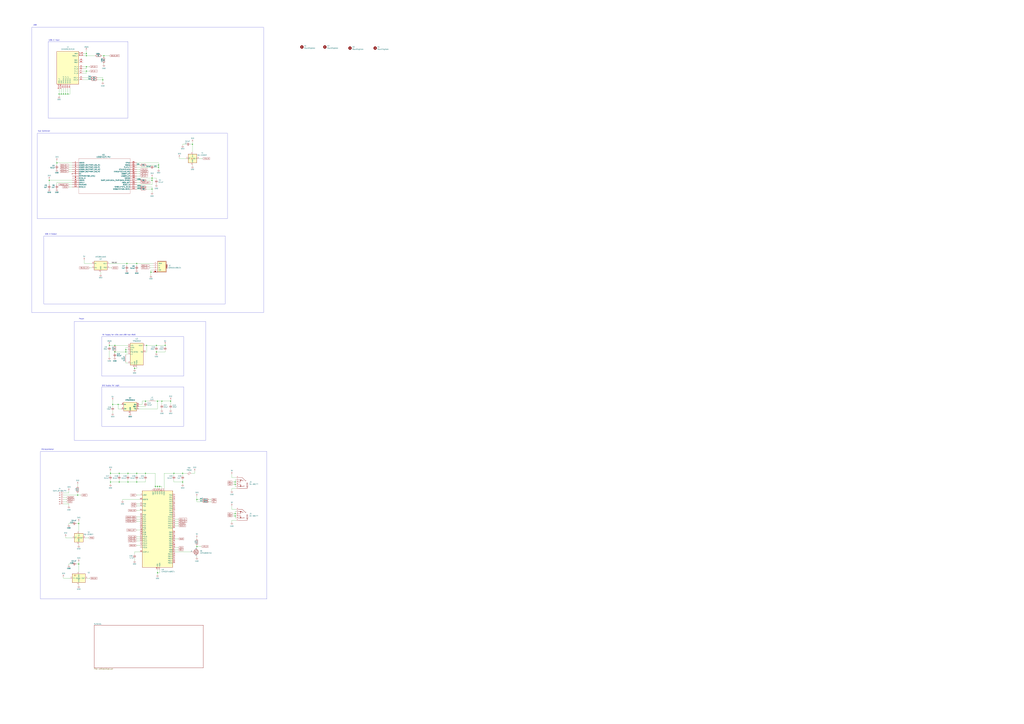
<source format=kicad_sch>
(kicad_sch (version 20250114) (generator "eeschema") (generator_version "9.0")
  (paper "A0")
  (rectangle (start 118.11 391.16) (end 213.36 436.88))
  (rectangle (start 55.88 48.26) (end 148.59 137.16))
  (rectangle (start 118.11 449.58) (end 213.36 495.3))
  (rectangle (start 86.36 373.38) (end 238.76 511.81))
  (rectangle (start 36.83 31.75) (end 306.07 363.22))
  (rectangle (start 43.18 154.94) (end 264.16 254))
  (rectangle (start 50.8 274.32) (end 261.62 353.06))
  (rectangle (start 46.99 524.51) (end 309.88 695.96))
  (text "USB" (at 40.64 29.21 0) (effects (font (size 1.27 1.27))))
  (text "USB-A Output" (at 58.928 272.034 0) (effects (font (size 1.27 1.27))))
  (text "Microcontroller" (at 55.372 522.224 0) (effects (font (size 1.27 1.27))))
  (text "3V3 Supply for Logic" (at 128.524 448.056 0) (effects (font (size 1.27 1.27))))
  (text "Power" (at 94.742 370.586 0) (effects (font (size 1.27 1.27))))
  (text "5V Supply for LEDs and USB Hub VBUS" (at 138.176 389.128 0) (effects (font (size 1.27 1.27))))
  (text "USB-C Input" (at 62.738 46.736 0) (effects (font (size 1.27 1.27))))
  (text "Hub Controller" (at 51.054 152.4 0) (effects (font (size 1.27 1.27))))
  (junction (at 76.2 109.22))
  (junction (at 73.66 109.22))
  (junction (at 66.04 189.23))
  (junction (at 100.33 77.47))
  (junction (at 273.05 562.61))
  (junction (at 128.27 549.91))
  (junction (at 223.52 167.64))
  (junction (at 57.15 209.55))
  (junction (at 228.6 580.39))
  (junction (at 228.6 635))
  (junction (at 185.42 565.15))
  (junction (at 191.77 401.32))
  (junction (at 133.35 408.94))
  (junction (at 168.91 466.09))
  (junction (at 198.12 466.09))
  (junction (at 212.09 560.07))
  (junction (at 273.05 560.07))
  (junction (at 158.75 560.07))
  (junction (at 182.88 466.09))
  (junction (at 148.59 560.07))
  (junction (at 138.43 549.91))
  (junction (at 133.35 401.32))
  (junction (at 180.34 565.15))
  (junction (at 201.93 549.91))
  (junction (at 158.75 549.91))
  (junction (at 100.33 64.77))
  (junction (at 100.33 62.23))
  (junction (at 168.91 549.91))
  (junction (at 187.96 466.09))
  (junction (at 170.18 401.32))
  (junction (at 137.16 469.9))
  (junction (at 182.88 565.15))
  (junction (at 184.15 194.31))
  (junction (at 175.26 316.23))
  (junction (at 130.81 469.9))
  (junction (at 127 401.32))
  (junction (at 273.05 599.44))
  (junction (at 91.44 655.32))
  (junction (at 120.65 64.77))
  (junction (at 91.44 608.33))
  (junction (at 181.61 401.32))
  (junction (at 128.27 560.07))
  (junction (at 90.17 575.31))
  (junction (at 100.33 82.55))
  (junction (at 68.58 109.22))
  (junction (at 212.09 549.91))
  (junction (at 148.59 549.91))
  (junction (at 119.38 92.71))
  (junction (at 181.61 408.94))
  (junction (at 176.53 209.55))
  (junction (at 176.53 207.01))
  (junction (at 158.75 306.07))
  (junction (at 138.43 560.07))
  (junction (at 273.05 596.9))
  (junction (at 176.53 219.71))
  (junction (at 182.88 665.48))
  (junction (at 156.21 427.99))
  (junction (at 184.15 191.77))
  (junction (at 146.05 408.94))
  (junction (at 147.32 306.07))
  (junction (at 71.12 109.22))
  (junction (at 146.05 406.4))
  (junction (at 78.74 109.22))
  (wire (pts (xy 156.21 427.99) (xy 156.21 429.26)))
  (wire (pts (xy 119.38 92.71) (xy 113.03 92.71)))
  (wire (pts (xy 88.9 608.33) (xy 91.44 608.33)))
  (wire (pts (xy 220.98 641.35) (xy 203.2 641.35)))
  (wire (pts (xy 158.75 209.55) (xy 162.56 209.55)))
  (wire (pts (xy 158.75 575.31) (xy 162.56 575.31)))
  (wire (pts (xy 170.18 191.77) (xy 184.15 191.77)))
  (wire (pts (xy 179.07 194.31) (xy 184.15 194.31)))
  (wire (pts (xy 270.51 560.07) (xy 273.05 560.07)))
  (wire (pts (xy 66.04 214.63) (xy 66.04 212.09)))
  (wire (pts (xy 120.65 64.77) (xy 118.11 64.77)))
  (wire (pts (xy 158.75 560.07) (xy 168.91 560.07)))
  (wire (pts (xy 66.04 189.23) (xy 83.82 189.23)))
  (wire (pts (xy 80.01 191.77) (xy 83.82 191.77)))
  (wire (pts (xy 165.1 469.9) (xy 165.1 466.09)))
  (wire (pts (xy 162.56 201.93) (xy 158.75 201.93)))
  (wire (pts (xy 88.9 655.32) (xy 91.44 655.32)))
  (wire (pts (xy 182.88 565.15) (xy 185.42 565.15)))
  (wire (pts (xy 66.04 212.09) (xy 83.82 212.09)))
  (wire (pts (xy 148.59 549.91) (xy 158.75 549.91)))
  (wire (pts (xy 162.56 196.85) (xy 158.75 196.85)))
  (wire (pts (xy 212.09 167.64) (xy 215.9 167.64)))
  (wire (pts (xy 120.65 74.93) (xy 120.65 73.66)))
  (wire (pts (xy 185.42 661.67) (xy 185.42 665.48)))
  (wire (pts (xy 100.33 64.77) (xy 110.49 64.77)))
  (wire (pts (xy 80.01 588.01) (xy 80.01 585.47)))
  (wire (pts (xy 128.27 547.37) (xy 128.27 549.91)))
  (wire (pts (xy 96.52 82.55) (xy 100.33 82.55)))
  (wire (pts (xy 130.81 464.82) (xy 130.81 469.9)))
  (wire (pts (xy 128.27 557.53) (xy 128.27 560.07)))
  (wire (pts (xy 185.42 665.48) (xy 182.88 665.48)))
  (wire (pts (xy 185.42 565.15) (xy 187.96 565.15)))
  (wire (pts (xy 274.32 594.36) (xy 273.05 594.36)))
  (wire (pts (xy 158.75 603.25) (xy 162.56 603.25)))
  (wire (pts (xy 191.77 401.32) (xy 181.61 401.32)))
  (wire (pts (xy 113.03 90.17) (xy 119.38 90.17)))
  (wire (pts (xy 170.18 209.55) (xy 176.53 209.55)))
  (wire (pts (xy 175.26 313.69) (xy 175.26 316.23)))
  (wire (pts (xy 168.91 466.09) (xy 172.72 466.09)))
  (wire (pts (xy 223.52 193.04) (xy 223.52 191.77)))
  (wire (pts (xy 146.05 412.75) (xy 146.05 411.48)))
  (wire (pts (xy 173.99 311.15) (xy 177.8 311.15)))
  (wire (pts (xy 156.21 427.99) (xy 158.75 427.99)))
  (wire (pts (xy 77.47 577.85) (xy 73.66 577.85)))
  (wire (pts (xy 73.66 109.22) (xy 76.2 109.22)))
  (wire (pts (xy 176.53 207.01) (xy 176.53 209.55)))
  (wire (pts (xy 181.61 410.21) (xy 181.61 408.94)))
  (wire (pts (xy 274.32 591.82) (xy 269.24 591.82)))
  (wire (pts (xy 133.35 408.94) (xy 133.35 410.21)))
  (wire (pts (xy 81.28 102.87) (xy 81.28 109.22)))
  (wire (pts (xy 146.05 420.37) (xy 146.05 421.64)))
  (wire (pts (xy 274.32 557.53) (xy 273.05 557.53)))
  (wire (pts (xy 212.09 560.07) (xy 212.09 557.53)))
  (wire (pts (xy 91.44 680.72) (xy 91.44 679.45)))
  (wire (pts (xy 212.09 168.91) (xy 212.09 167.64)))
  (wire (pts (xy 273.05 599.44) (xy 274.32 599.44)))
  (wire (pts (xy 158.75 633.73) (xy 162.56 633.73)))
  (wire (pts (xy 273.05 565.15) (xy 273.05 562.61)))
  (wire (pts (xy 148.59 549.91) (xy 148.59 552.45)))
  (wire (pts (xy 234.95 184.15) (xy 231.14 184.15)))
  (wire (pts (xy 269.24 570.23) (xy 269.24 567.69)))
  (wire (pts (xy 228.6 633.73) (xy 228.6 635)))
  (wire (pts (xy 147.32 306.07) (xy 147.32 308.61)))
  (wire (pts (xy 76.2 624.84) (xy 76.2 623.57)))
  (wire (pts (xy 106.68 311.15) (xy 104.14 311.15)))
  (wire (pts (xy 158.75 557.53) (xy 158.75 560.07)))
  (wire (pts (xy 190.5 567.69) (xy 190.5 549.91)))
  (wire (pts (xy 184.15 189.23) (xy 184.15 191.77)))
  (wire (pts (xy 228.6 582.93) (xy 234.95 582.93)))
  (wire (pts (xy 128.27 549.91) (xy 138.43 549.91)))
  (wire (pts (xy 148.59 408.94) (xy 146.05 408.94)))
  (wire (pts (xy 91.44 605.79) (xy 91.44 608.33)))
  (wire (pts (xy 120.65 66.04) (xy 120.65 64.77)))
  (wire (pts (xy 116.84 318.77) (xy 116.84 316.23)))
  (wire (pts (xy 91.44 608.33) (xy 91.44 617.22)))
  (wire (pts (xy 274.32 565.15) (xy 273.05 565.15)))
  (wire (pts (xy 207.01 610.87) (xy 203.2 610.87)))
  (wire (pts (xy 226.06 547.37) (xy 226.06 549.91)))
  (wire (pts (xy 270.51 596.9) (xy 273.05 596.9)))
  (wire (pts (xy 80.01 655.32) (xy 83.82 655.32)))
  (wire (pts (xy 269.24 591.82) (xy 269.24 588.01)))
  (wire (pts (xy 234.95 580.39) (xy 228.6 580.39)))
  (wire (pts (xy 170.18 401.32) (xy 168.91 401.32)))
  (wire (pts (xy 91.44 655.32) (xy 91.44 664.21)))
  (wire (pts (xy 77.47 580.39) (xy 73.66 580.39)))
  (wire (pts (xy 170.18 217.17) (xy 176.53 217.17)))
  (wire (pts (xy 176.53 219.71) (xy 176.53 223.52)))
  (wire (pts (xy 158.75 308.61) (xy 158.75 306.07)))
  (wire (pts (xy 182.88 565.15) (xy 182.88 567.69)))
  (wire (pts (xy 212.09 549.91) (xy 212.09 552.45)))
  (wire (pts (xy 158.75 214.63) (xy 176.53 214.63)))
  (wire (pts (xy 146.05 408.94) (xy 146.05 406.4)))
  (wire (pts (xy 220.98 167.64) (xy 223.52 167.64)))
  (wire (pts (xy 119.38 90.17) (xy 119.38 92.71)))
  (wire (pts (xy 168.91 466.09) (xy 168.91 467.36)))
  (wire (pts (xy 148.59 560.07) (xy 158.75 560.07)))
  (wire (pts (xy 80.01 194.31) (xy 83.82 194.31)))
  (wire (pts (xy 156.21 651.51) (xy 156.21 648.97)))
  (wire (pts (xy 158.75 626.11) (xy 162.56 626.11)))
  (wire (pts (xy 119.38 95.25) (xy 119.38 92.71)))
  (wire (pts (xy 138.43 560.07) (xy 148.59 560.07)))
  (wire (pts (xy 269.24 604.52) (xy 274.32 604.52)))
  (wire (pts (xy 96.52 77.47) (xy 100.33 77.47)))
  (wire (pts (xy 198.12 464.82) (xy 198.12 466.09)))
  (wire (pts (xy 130.81 480.06) (xy 130.81 477.52)))
  (wire (pts (xy 184.15 194.31) (xy 184.15 196.85)))
  (wire (pts (xy 191.77 400.05) (xy 191.77 401.32)))
  (wire (pts (xy 161.29 474.98) (xy 182.88 474.98)))
  (wire (pts (xy 207.01 626.11) (xy 203.2 626.11)))
  (wire (pts (xy 207.01 603.25) (xy 203.2 603.25)))
  (wire (pts (xy 198.12 474.98) (xy 198.12 476.25)))
  (wire (pts (xy 73.66 575.31) (xy 90.17 575.31)))
  (wire (pts (xy 176.53 209.55) (xy 176.53 214.63)))
  (wire (pts (xy 156.21 641.35) (xy 156.21 643.89)))
  (wire (pts (xy 187.96 466.09) (xy 187.96 469.9)))
  (wire (pts (xy 269.24 607.06) (xy 269.24 604.52)))
  (wire (pts (xy 162.56 191.77) (xy 158.75 191.77)))
  (wire (pts (xy 158.75 207.01) (xy 176.53 207.01)))
  (wire (pts (xy 80.01 214.63) (xy 83.82 214.63)))
  (wire (pts (xy 127 400.05) (xy 127 401.32)))
  (wire (pts (xy 180.34 567.69) (xy 180.34 565.15)))
  (wire (pts (xy 182.88 668.02) (xy 182.88 665.48)))
  (wire (pts (xy 173.99 308.61) (xy 177.8 308.61)))
  (wire (pts (xy 228.6 580.39) (xy 228.6 582.93)))
  (wire (pts (xy 127 401.32) (xy 133.35 401.32)))
  (wire (pts (xy 207.01 608.33) (xy 203.2 608.33)))
  (wire (pts (xy 68.58 109.22) (xy 68.58 111.76)))
  (wire (pts (xy 226.06 549.91) (xy 222.25 549.91)))
  (wire (pts (xy 175.26 313.69) (xy 177.8 313.69)))
  (wire (pts (xy 182.88 466.09) (xy 187.96 466.09)))
  (wire (pts (xy 142.24 580.39) (xy 142.24 581.66)))
  (wire (pts (xy 78.74 109.22) (xy 81.28 109.22)))
  (wire (pts (xy 161.29 469.9) (xy 165.1 469.9)))
  (wire (pts (xy 80.01 199.39) (xy 83.82 199.39)))
  (wire (pts (xy 73.66 102.87) (xy 73.66 109.22)))
  (wire (pts (xy 104.14 671.83) (xy 101.6 671.83)))
  (wire (pts (xy 158.75 585.47) (xy 162.56 585.47)))
  (wire (pts (xy 175.26 316.23) (xy 177.8 316.23)))
  (wire (pts (xy 228.6 624.84) (xy 228.6 626.11)))
  (wire (pts (xy 273.05 562.61) (xy 274.32 562.61)))
  (wire (pts (xy 274.32 601.98) (xy 273.05 601.98)))
  (wire (pts (xy 223.52 167.64) (xy 223.52 176.53)))
  (wire (pts (xy 223.52 165.1) (xy 223.52 167.64)))
  (wire (pts (xy 133.35 408.94) (xy 146.05 408.94)))
  (wire (pts (xy 77.47 582.93) (xy 73.66 582.93)))
  (wire (pts (xy 161.29 472.44) (xy 168.91 472.44)))
  (wire (pts (xy 245.11 580.39) (xy 242.57 580.39)))
  (wire (pts (xy 208.28 184.15) (xy 215.9 184.15)))
  (wire (pts (xy 182.88 665.48) (xy 182.88 661.67)))
  (wire (pts (xy 104.14 82.55) (xy 100.33 82.55)))
  (wire (pts (xy 207.01 638.81) (xy 203.2 638.81)))
  (wire (pts (xy 128.27 562.61) (xy 128.27 560.07)))
  (wire (pts (xy 76.2 102.87) (xy 76.2 109.22)))
  (wire (pts (xy 201.93 549.91) (xy 212.09 549.91)))
  (wire (pts (xy 127 306.07) (xy 147.32 306.07)))
  (wire (pts (xy 162.56 199.39) (xy 158.75 199.39)))
  (wire (pts (xy 80.01 609.6) (xy 80.01 608.33)))
  (wire (pts (xy 181.61 401.32) (xy 170.18 401.32)))
  (wire (pts (xy 207.01 636.27) (xy 203.2 636.27)))
  (wire (pts (xy 128.27 560.07) (xy 138.43 560.07)))
  (wire (pts (xy 158.75 623.57) (xy 162.56 623.57)))
  (wire (pts (xy 100.33 62.23) (xy 96.52 62.23)))
  (wire (pts (xy 208.28 184.15) (xy 208.28 182.88)))
  (wire (pts (xy 180.34 565.15) (xy 182.88 565.15)))
  (wire (pts (xy 158.75 593.09) (xy 162.56 593.09)))
  (wire (pts (xy 228.6 576.58) (xy 228.6 580.39)))
  (wire (pts (xy 207.01 605.79) (xy 203.2 605.79)))
  (wire (pts (xy 168.91 560.07) (xy 168.91 557.53)))
  (wire (pts (xy 273.05 601.98) (xy 273.05 599.44)))
  (wire (pts (xy 158.75 194.31) (xy 173.99 194.31)))
  (wire (pts (xy 180.34 549.91) (xy 168.91 549.91)))
  (wire (pts (xy 90.17 572.77) (xy 90.17 575.31)))
  (wire (pts (xy 273.05 596.9) (xy 274.32 596.9)))
  (wire (pts (xy 191.77 402.59) (xy 191.77 401.32)))
  (wire (pts (xy 80.01 217.17) (xy 83.82 217.17)))
  (wire (pts (xy 181.61 208.28) (xy 181.61 207.01)))
  (wire (pts (xy 158.75 306.07) (xy 177.8 306.07)))
  (wire (pts (xy 105.41 90.17) (xy 96.52 90.17)))
  (wire (pts (xy 76.2 109.22) (xy 78.74 109.22)))
  (wire (pts (xy 100.33 62.23) (xy 100.33 58.42)))
  (wire (pts (xy 269.24 567.69) (xy 274.32 567.69)))
  (wire (pts (xy 130.81 469.9) (xy 130.81 472.44)))
  (wire (pts (xy 181.61 408.94) (xy 181.61 407.67)))
  (wire (pts (xy 73.66 671.83) (xy 73.66 670.56)))
  (wire (pts (xy 201.93 560.07) (xy 212.09 560.07)))
  (wire (pts (xy 91.44 652.78) (xy 91.44 655.32)))
  (wire (pts (xy 170.18 219.71) (xy 176.53 219.71)))
  (wire (pts (xy 100.33 82.55) (xy 100.33 85.09)))
  (wire (pts (xy 80.01 196.85) (xy 83.82 196.85)))
  (wire (pts (xy 217.17 549.91) (xy 212.09 549.91)))
  (wire (pts (xy 80.01 608.33) (xy 83.82 608.33)))
  (wire (pts (xy 100.33 85.09) (xy 96.52 85.09)))
  (wire (pts (xy 270.51 562.61) (xy 273.05 562.61)))
  (wire (pts (xy 140.97 469.9) (xy 137.16 469.9)))
  (wire (pts (xy 66.04 191.77) (xy 66.04 189.23)))
  (wire (pts (xy 71.12 109.22) (xy 73.66 109.22)))
  (wire (pts (xy 274.32 554.99) (xy 269.24 554.99)))
  (wire (pts (xy 66.04 189.23) (xy 66.04 186.69)))
  (wire (pts (xy 91.44 633.73) (xy 91.44 632.46)))
  (wire (pts (xy 158.75 426.72) (xy 158.75 427.99)))
  (wire (pts (xy 162.56 219.71) (xy 158.75 219.71)))
  (wire (pts (xy 168.91 408.94) (xy 170.18 408.94)))
  (wire (pts (xy 133.35 401.32) (xy 148.59 401.32)))
  (wire (pts (xy 228.6 635) (xy 228.6 636.27)))
  (wire (pts (xy 187.96 565.15) (xy 187.96 567.69)))
  (wire (pts (xy 68.58 102.87) (xy 68.58 109.22)))
  (wire (pts (xy 158.75 549.91) (xy 168.91 549.91)))
  (wire (pts (xy 68.58 109.22) (xy 71.12 109.22)))
  (wire (pts (xy 100.33 77.47) (xy 100.33 80.01)))
  (wire (pts (xy 191.77 407.67) (xy 191.77 408.94)))
  (wire (pts (xy 127 402.59) (xy 127 401.32)))
  (wire (pts (xy 102.87 624.84) (xy 99.06 624.84)))
  (wire (pts (xy 90.17 575.31) (xy 93.98 575.31)))
  (wire (pts (xy 170.18 408.94) (xy 170.18 401.32)))
  (wire (pts (xy 187.96 466.09) (xy 198.12 466.09)))
  (wire (pts (xy 273.05 594.36) (xy 273.05 596.9)))
  (wire (pts (xy 269.24 554.99) (xy 269.24 551.18)))
  (wire (pts (xy 245.11 582.93) (xy 242.57 582.93)))
  (wire (pts (xy 158.75 549.91) (xy 158.75 552.45)))
  (wire (pts (xy 97.79 302.26) (xy 97.79 306.07)))
  (wire (pts (xy 181.61 213.36) (xy 181.61 214.63)))
  (wire (pts (xy 73.66 671.83) (xy 81.28 671.83)))
  (wire (pts (xy 201.93 552.45) (xy 201.93 549.91)))
  (wire (pts (xy 158.75 600.71) (xy 162.56 600.71)))
  (wire (pts (xy 137.16 469.9) (xy 130.81 469.9)))
  (wire (pts (xy 168.91 549.91) (xy 168.91 552.45)))
  (wire (pts (xy 162.56 212.09) (xy 158.75 212.09)))
  (wire (pts (xy 138.43 549.91) (xy 138.43 552.45)))
  (wire (pts (xy 158.75 605.79) (xy 162.56 605.79)))
  (wire (pts (xy 96.52 64.77) (xy 100.33 64.77)))
  (wire (pts (xy 198.12 466.09) (xy 198.12 469.9)))
  (wire (pts (xy 120.65 64.77) (xy 127 64.77)))
  (wire (pts (xy 138.43 557.53) (xy 138.43 560.07)))
  (wire (pts (xy 57.15 209.55) (xy 83.82 209.55)))
  (wire (pts (xy 228.6 647.7) (xy 228.6 646.43)))
  (wire (pts (xy 181.61 207.01) (xy 176.53 207.01)))
  (wire (pts (xy 100.33 64.77) (xy 100.33 62.23)))
  (wire (pts (xy 147.32 306.07) (xy 158.75 306.07)))
  (wire (pts (xy 78.74 102.87) (xy 78.74 109.22)))
  (wire (pts (xy 80.01 570.23) (xy 80.01 572.77)))
  (wire (pts (xy 162.56 641.35) (xy 156.21 641.35)))
  (wire (pts (xy 273.05 560.07) (xy 274.32 560.07)))
  (wire (pts (xy 71.12 102.87) (xy 71.12 109.22)))
  (wire (pts (xy 191.77 408.94) (xy 181.61 408.94)))
  (wire (pts (xy 148.59 557.53) (xy 148.59 560.07)))
  (wire (pts (xy 158.75 217.17) (xy 162.56 217.17)))
  (wire (pts (xy 176.53 205.74) (xy 176.53 207.01)))
  (wire (pts (xy 140.97 474.98) (xy 137.16 474.98)))
  (wire (pts (xy 80.01 656.59) (xy 80.01 655.32)))
  (wire (pts (xy 100.33 80.01) (xy 96.52 80.01)))
  (wire (pts (xy 80.01 572.77) (xy 73.66 572.77)))
  (wire (pts (xy 190.5 549.91) (xy 201.93 549.91)))
  (wire (pts (xy 162.56 580.39) (xy 142.24 580.39)))
  (wire (pts (xy 273.05 557.53) (xy 273.05 560.07)))
  (wire (pts (xy 270.51 599.44) (xy 273.05 599.44)))
  (wire (pts (xy 127 415.29) (xy 127 407.67)))
  (wire (pts (xy 182.88 474.98) (xy 182.88 466.09)))
  (wire (pts (xy 146.05 406.4) (xy 146.05 403.86)))
  (wire (pts (xy 137.16 474.98) (xy 137.16 469.9)))
  (wire (pts (xy 158.75 588.01) (xy 162.56 588.01)))
  (wire (pts (xy 105.41 92.71) (xy 96.52 92.71)))
  (wire (pts (xy 212.09 562.61) (xy 212.09 560.07)))
  (wire (pts (xy 128.27 552.45) (xy 128.27 549.91)))
  (wire (pts (xy 104.14 77.47) (xy 100.33 77.47)))
  (wire (pts (xy 138.43 549.91) (xy 148.59 549.91)))
  (wire (pts (xy 180.34 549.91) (xy 180.34 565.15)))
  (wire (pts (xy 146.05 421.64) (xy 148.59 421.64)))
  (wire (pts (xy 180.34 466.09) (xy 182.88 466.09)))
  (wire (pts (xy 146.05 411.48) (xy 148.59 411.48)))
  (wire (pts (xy 165.1 466.09) (xy 168.91 466.09)))
  (wire (pts (xy 158.75 615.95) (xy 162.56 615.95)))
  (wire (pts (xy 162.56 204.47) (xy 158.75 204.47)))
  (wire (pts (xy 176.53 217.17) (xy 176.53 219.71)))
  (wire (pts (xy 90.17 562.61) (xy 90.17 565.15)))
  (wire (pts (xy 129.54 311.15) (xy 127 311.15)))
  (wire (pts (xy 158.75 189.23) (xy 184.15 189.23)))
  (wire (pts (xy 187.96 474.98) (xy 187.96 476.25)))
  (wire (pts (xy 175.26 316.23) (xy 175.26 320.04)))
  (wire (pts (xy 76.2 624.84) (xy 83.82 624.84)))
  (wire (pts (xy 184.15 191.77) (xy 184.15 194.31)))
  (wire (pts (xy 233.68 635) (xy 228.6 635)))
  (wire (pts (xy 201.93 557.53) (xy 201.93 560.07)))
  (wire (pts (xy 158.75 628.65) (xy 162.56 628.65)))
  (wire (pts (xy 57.15 208.28) (xy 57.15 209.55)))
  (wire (pts (xy 97.79 306.07) (xy 106.68 306.07)))
  (wire (pts (xy 146.05 403.86) (xy 148.59 403.86)))
  (wire (pts (xy 57.15 214.63) (xy 57.15 209.55)))
  (wire (pts (xy 80.01 585.47) (xy 73.66 585.47)))
  (wire (pts (xy 185.42 565.15) (xy 185.42 567.69)))
  (wire (pts (xy 156.21 426.72) (xy 156.21 427.99)))
  (wire (pts (xy 146.05 406.4) (xy 148.59 406.4)))
  (wire (pts (xy 181.61 401.32) (xy 181.61 402.59)))
  (label "VBUS2" (at 129.54 306.07 0))
  (global_label "OSC32" (shape input) (at 104.14 671.83 0) (property "Intersheetrefs" "${INTERSHEET_REFS}" (effects (hide yes))))
  (global_label "UP_D+" (shape input) (at 162.56 201.93 0) (property "Intersheetrefs" "${INTERSHEET_REFS}" (effects (hide yes))))
  (global_label "VBUS_DET" (shape input) (at 162.56 212.09 0) (property "Intersheetrefs" "${INTERSHEET_REFS}" (effects (hide yes))))
  (global_label "DN2_D-" (shape input) (at 80.01 196.85 180) (property "Intersheetrefs" "${INTERSHEET_REFS}" (effects (hide yes))))
  (global_label "UP_D+" (shape input) (at 104.14 77.47 0) (property "Intersheetrefs" "${INTERSHEET_REFS}" (effects (hide yes))))
  (global_label "MUX1_COM" (shape input) (at 158.75 603.25 180) (property "Intersheetrefs" "${INTERSHEET_REFS}" (effects (hide yes))))
  (global_label "SCL" (shape input) (at 270.51 596.9 180) (property "Intersheetrefs" "${INTERSHEET_REFS}" (effects (hide yes))))
  (global_label "LED_D" (shape input) (at 233.68 635 0) (property "Intersheetrefs" "${INTERSHEET_REFS}" (effects (hide yes))))
  (global_label "DN2_D-" (shape input) (at 173.99 308.61 180) (property "Intersheetrefs" "${INTERSHEET_REFS}" (effects (hide yes))))
  (global_label "DN2_D+" (shape input) (at 80.01 199.39 180) (property "Intersheetrefs" "${INTERSHEET_REFS}" (effects (hide yes))))
  (global_label "DN1_D+" (shape input) (at 207.01 605.79 0) (property "Intersheetrefs" "${INTERSHEET_REFS}" (effects (hide yes))))
  (global_label "XTALIN" (shape input) (at 162.56 196.85 0) (property "Intersheetrefs" "${INTERSHEET_REFS}" (effects (hide yes))))
  (global_label "DN1_D+" (shape input) (at 80.01 194.31 180) (property "Intersheetrefs" "${INTERSHEET_REFS}" (effects (hide yes))))
  (global_label "SCL" (shape input) (at 245.11 582.93 0) (property "Intersheetrefs" "${INTERSHEET_REFS}" (effects (hide yes))))
  (global_label "PH0" (shape input) (at 158.75 585.47 180) (property "Intersheetrefs" "${INTERSHEET_REFS}" (effects (hide yes))))
  (global_label "DN1_D-" (shape input) (at 80.01 191.77 180) (property "Intersheetrefs" "${INTERSHEET_REFS}" (effects (hide yes))))
  (global_label "SDA" (shape input) (at 207.01 636.27 0) (property "Intersheetrefs" "${INTERSHEET_REFS}" (effects (hide yes))))
  (global_label "PH1" (shape input) (at 158.75 588.01 180) (property "Intersheetrefs" "${INTERSHEET_REFS}" (effects (hide yes))))
  (global_label "SCL" (shape input) (at 270.51 560.07 180) (property "Intersheetrefs" "${INTERSHEET_REFS}" (effects (hide yes))))
  (global_label "NRST" (shape input) (at 158.75 575.31 180) (property "Intersheetrefs" "${INTERSHEET_REFS}" (effects (hide yes))))
  (global_label "SWDIO" (shape input) (at 207.01 608.33 0) (property "Intersheetrefs" "${INTERSHEET_REFS}" (effects (hide yes))))
  (global_label "OSC32" (shape input) (at 158.75 633.73 180) (property "Intersheetrefs" "${INTERSHEET_REFS}" (effects (hide yes))))
  (global_label "VBUS2_EN" (shape input) (at 104.14 311.15 180) (property "Intersheetrefs" "${INTERSHEET_REFS}" (effects (hide yes))))
  (global_label "SWCLK" (shape input) (at 77.47 580.39 0) (property "Intersheetrefs" "${INTERSHEET_REFS}" (effects (hide yes))))
  (global_label "SWCLK" (shape input) (at 207.01 610.87 0) (property "Intersheetrefs" "${INTERSHEET_REFS}" (effects (hide yes))))
  (global_label "SDA" (shape input) (at 270.51 562.61 180) (property "Intersheetrefs" "${INTERSHEET_REFS}" (effects (hide yes))))
  (global_label "VBUS_DET" (shape input) (at 127 64.77 0) (property "Intersheetrefs" "${INTERSHEET_REFS}" (effects (hide yes))))
  (global_label "OCS2" (shape input) (at 129.54 311.15 0) (property "Intersheetrefs" "${INTERSHEET_REFS}" (effects (hide yes))))
  (global_label "XTALIN" (shape input) (at 234.95 184.15 0) (property "Intersheetrefs" "${INTERSHEET_REFS}" (effects (hide yes))))
  (global_label "SWDIO" (shape input) (at 77.47 577.85 0) (property "Intersheetrefs" "${INTERSHEET_REFS}" (effects (hide yes))))
  (global_label "DN1_D-" (shape input) (at 207.01 603.25 0) (property "Intersheetrefs" "${INTERSHEET_REFS}" (effects (hide yes))))
  (global_label "SWO" (shape input) (at 77.47 582.93 0) (property "Intersheetrefs" "${INTERSHEET_REFS}" (effects (hide yes))))
  (global_label "MUX0_COM" (shape input) (at 158.75 605.79 180) (property "Intersheetrefs" "${INTERSHEET_REFS}" (effects (hide yes))))
  (global_label "SCL" (shape input) (at 207.01 638.81 0) (property "Intersheetrefs" "${INTERSHEET_REFS}" (effects (hide yes))))
  (global_label "MUX_S2" (shape input) (at 158.75 593.09 180) (property "Intersheetrefs" "${INTERSHEET_REFS}" (effects (hide yes))))
  (global_label "MUX_S0" (shape input) (at 158.75 623.57 180) (property "Intersheetrefs" "${INTERSHEET_REFS}" (effects (hide yes))))
  (global_label "PH0" (shape input) (at 102.87 624.84 0) (property "Intersheetrefs" "${INTERSHEET_REFS}" (effects (hide yes))))
  (global_label "VBUS2_EN" (shape input) (at 80.01 214.63 180) (property "Intersheetrefs" "${INTERSHEET_REFS}" (effects (hide yes))))
  (global_label "XTAOUT" (shape input) (at 162.56 199.39 0) (property "Intersheetrefs" "${INTERSHEET_REFS}" (effects (hide yes))))
  (global_label "OCS2" (shape input) (at 80.01 217.17 180) (property "Intersheetrefs" "${INTERSHEET_REFS}" (effects (hide yes))))
  (global_label "NRST" (shape input) (at 93.98 575.31 0) (property "Intersheetrefs" "${INTERSHEET_REFS}" (effects (hide yes))))
  (global_label "MUX_S3" (shape input) (at 158.75 628.65 180) (property "Intersheetrefs" "${INTERSHEET_REFS}" (effects (hide yes))))
  (global_label "MUX_S1" (shape input) (at 158.75 626.11 180) (property "Intersheetrefs" "${INTERSHEET_REFS}" (effects (hide yes))))
  (global_label "DN2_D+" (shape input) (at 173.99 311.15 180) (property "Intersheetrefs" "${INTERSHEET_REFS}" (effects (hide yes))))
  (global_label "UP_D-" (shape input) (at 104.14 82.55 0) (property "Intersheetrefs" "${INTERSHEET_REFS}" (effects (hide yes))))
  (global_label "UP_D-" (shape input) (at 162.56 204.47 0) (property "Intersheetrefs" "${INTERSHEET_REFS}" (effects (hide yes))))
  (global_label "SDA" (shape input) (at 270.51 599.44 180) (property "Intersheetrefs" "${INTERSHEET_REFS}" (effects (hide yes))))
  (global_label "SWO" (shape input) (at 207.01 626.11 0) (property "Intersheetrefs" "${INTERSHEET_REFS}" (effects (hide yes))))
  (global_label "MUX2_COM" (shape input) (at 158.75 600.71 180) (property "Intersheetrefs" "${INTERSHEET_REFS}" (effects (hide yes))))
  (global_label "SDA" (shape input) (at 245.11 580.39 0) (property "Intersheetrefs" "${INTERSHEET_REFS}" (effects (hide yes))))
  (global_label "VBUS_DET" (shape input) (at 158.75 615.95 180) (property "Intersheetrefs" "${INTERSHEET_REFS}" (effects (hide yes))))
  (symbol (lib_id "power:+3V3") (at 90.17 562.61 0) (unit 1)
    (property "Reference" "#PWR038" (effects (hide yes)))
    (property "Value" "3V3" (at 90.17 558.292 0))
    (property "Description" "Power symbol creates a global label with name \"+3V3\"" (effects (hide yes)))
  )
  (symbol (lib_id "Device:R") (at 166.37 219.71 90) (unit 1)
    (property "Reference" "R8" (at 166.37 219.71 90))
    (property "Value" "100k" (at 161.544 218.694 90))
    (property "Footprint" "Resistor_SMD:R_0603_1608Metric" (effects (hide yes)))
    (property "Description" "Resistor" (effects (hide yes)))
    (property "Digikey" "RG16P100KBCT-ND" (effects (hide yes)))
  )
  (symbol (lib_id "power:GND") (at 127 415.29 0) (unit 1)
    (property "Reference" "#PWR026" (effects (hide yes)))
    (property "Value" "GND" (at 127 419.354 0))
    (property "Description" "Power symbol creates a global label with name \"GND\" , ground" (effects (hide yes)))
  )
  (symbol (lib_id "power:GND") (at 80.01 656.59 0) (unit 1)
    (property "Reference" "#PWR056" (effects (hide yes)))
    (property "Value" "GND" (at 80.01 660.4 0))
    (property "Description" "Power symbol creates a global label with name \"GND\" , ground" (effects (hide yes)))
  )
  (symbol (lib_id "54-00177:54-00177") (at 281.94 599.44 180) (unit 1)
    (property "Reference" "J5" (at 289.56 596.8999 0) (effects (justify right)))
    (property "Value" "54-00177" (at 289.56 599.4399 0) (effects (justify right)))
    (property "Footprint" "54_00177:TENSILITY_54-00177" (effects (hide yes)))
    (property "PARTREV" "A" (effects (hide yes)))
    (property "STANDARD" "Manufacturer Recommendations" (effects (hide yes)))
    (property "SNAPEDA_PN" "54-00177" (effects (hide yes)))
    (property "MAXIMUM_PACKAGE_HEIGHT" "4.5mm" (effects (hide yes)))
    (property "MANUFACTURER" "TENSILITY" (effects (hide yes)))
    (property "Digikey" "839-54-00177CT-ND" (effects (hide yes)))
  )
  (symbol (lib_id "power:GND") (at 66.04 196.85 0) (unit 1)
    (property "Reference" "#PWR010" (effects (hide yes)))
    (property "Value" "GND" (at 66.04 200.66 0))
    (property "Description" "Power symbol creates a global label with name \"GND\" , ground" (effects (hide yes)))
  )
  (symbol (lib_id "Device:R") (at 114.3 64.77 90) (unit 1)
    (property "Reference" "R1" (at 114.3 64.77 90))
    (property "Value" "100k" (at 113.792 62.484 90))
    (property "Footprint" "Resistor_SMD:R_0603_1608Metric" (effects (hide yes)))
    (property "Description" "Resistor" (effects (hide yes)))
    (property "Digikey" "RG16P100KBCT-ND" (effects (hide yes)))
  )
  (symbol (lib_id "power:+3V3") (at 228.6 624.84 0) (unit 1)
    (property "Reference" "#PWR051" (effects (hide yes)))
    (property "Value" "5V" (at 228.6 620.522 0))
    (property "Description" "Power symbol creates a global label with name \"+3V3\"" (effects (hide yes)))
  )
  (symbol (lib_id "Device:R") (at 166.37 217.17 90) (unit 1)
    (property "Reference" "R7" (at 166.37 217.17 90))
    (property "Value" "100k" (at 161.544 215.9 90))
    (property "Footprint" "Resistor_SMD:R_0603_1608Metric" (effects (hide yes)))
    (property "Description" "Resistor" (effects (hide yes)))
    (property "Digikey" "RG16P100KBCT-ND" (effects (hide yes)))
  )
  (symbol (lib_id "power:GND") (at 181.61 214.63 0) (unit 1)
    (property "Reference" "#PWR014" (effects (hide yes)))
    (property "Value" "GND" (at 181.61 218.948 0))
    (property "Description" "Power symbol creates a global label with name \"GND\" , ground" (effects (hide yes)))
  )
  (symbol (lib_id "power:+3V3") (at 91.44 605.79 0) (unit 1)
    (property "Reference" "#PWR047" (effects (hide yes)))
    (property "Value" "3V3" (at 91.44 601.472 0))
    (property "Description" "Power symbol creates a global label with name \"+3V3\"" (effects (hide yes)))
  )
  (symbol (lib_id "power:GND") (at 80.01 588.01 0) (unit 1)
    (property "Reference" "#PWR045" (effects (hide yes)))
    (property "Value" "GND" (at 80.01 592.328 0))
    (property "Description" "Power symbol creates a global label with name \"GND\" , ground" (effects (hide yes)))
  )
  (symbol (lib_id "power:GND") (at 269.24 607.06 0) (unit 1)
    (property "Reference" "#PWR048" (effects (hide yes)))
    (property "Value" "GND" (at 269.24 611.378 0))
    (property "Description" "Power symbol creates a global label with name \"GND\" , ground" (effects (hide yes)))
  )
  (symbol (lib_id "Connector:Conn_01x06_Pin") (at 68.58 577.85 0) (unit 1)
    (property "Reference" "J4" (at 69.215 567.69 0))
    (property "Value" "Conn_01x06_Pin" (at 69.215 570.23 0))
    (property "Footprint" "Connector_PinHeader_2.00mm:PinHeader_1x06_P2.00mm_Horizontal" (effects (hide yes)))
    (property "Description" "Generic connector, single row, 01x06, script generated" (effects (hide yes)))
  )
  (symbol (lib_id "power:GND") (at 66.04 219.71 0) (unit 1)
    (property "Reference" "#PWR016" (effects (hide yes)))
    (property "Value" "GND" (at 66.04 223.52 0))
    (property "Description" "Power symbol creates a global label with name \"GND\" , ground" (effects (hide yes)))
  )
  (symbol (lib_id "power:GND") (at 212.09 562.61 0) (unit 1)
    (property "Reference" "#PWR040" (effects (hide yes)))
    (property "Value" "GND" (at 212.09 566.928 0))
    (property "Description" "Power symbol creates a global label with name \"GND\" , ground" (effects (hide yes)))
  )
  (symbol (lib_id "power:GND") (at 130.81 480.06 0) (unit 1)
    (property "Reference" "#PWR033" (effects (hide yes)))
    (property "Value" "GND" (at 130.81 484.124 0))
    (property "Description" "Power symbol creates a global label with name \"GND\" , ground" (effects (hide yes)))
  )
  (symbol (lib_id "Device:C_Small") (at 66.04 194.31 0) (unit 1)
    (property "Reference" "C2" (at 60.706 192.532 0) (effects (justify left)))
    (property "Value" "0.1uF" (at 58.42 194.818 0) (effects (justify left)))
    (property "Footprint" "Capacitor_SMD:C_0603_1608Metric" (effects (hide yes)))
    (property "Description" "Unpolarized capacitor, small symbol" (effects (hide yes)))
    (property "Digikey" "311-1088-1-ND" (effects (hide yes)))
  )
  (symbol (lib_id "Device:C_Small") (at 181.61 210.82 0) (unit 1)
    (property "Reference" "C4" (at 184.404 209.296 0) (effects (justify left)))
    (property "Value" "0.1uF" (at 184.15 211.582 0) (effects (justify left)))
    (property "Footprint" "Capacitor_SMD:C_0603_1608Metric" (effects (hide yes)))
    (property "Description" "Unpolarized capacitor, small symbol" (effects (hide yes)))
    (property "Digikey" "311-1088-1-ND" (effects (hide yes)))
  )
  (symbol (lib_id "power:GND") (at 116.84 318.77 0) (unit 1)
    (property "Reference" "#PWR021" (effects (hide yes)))
    (property "Value" "GND" (at 116.84 322.58 0))
    (property "Description" "Power symbol creates a global label with name \"GND\" , ground" (effects (hide yes)))
  )
  (symbol (lib_id "Mechanical:MountingHole") (at 350.52 54.61 0) (unit 1) (in_bom no)
    (property "Reference" "H1" (at 353.06 53.3399 0) (effects (justify left)))
    (property "Value" "MountingHole" (at 353.06 55.8799 0) (effects (justify left)))
    (property "Footprint" "MountingHole:MountingHole_3.2mm_M3" (effects (hide yes)))
    (property "Description" "Mounting Hole without connection" (effects (hide yes)))
  )
  (symbol (lib_id "power:+3V3") (at 176.53 205.74 0) (unit 1)
    (property "Reference" "#PWR012" (effects (hide yes)))
    (property "Value" "3V3" (at 176.53 201.422 0))
    (property "Description" "Power symbol creates a global label with name \"+3V3\"" (effects (hide yes)))
  )
  (symbol (lib_id "Device:C_Small") (at 133.35 412.75 0) (unit 1)
    (property "Reference" "C12" (at 135.636 411.226 0) (effects (justify left)))
    (property "Value" "0.1uF" (at 135.636 413.258 0) (effects (justify left)))
    (property "Footprint" "Capacitor_SMD:C_0603_1608Metric" (effects (hide yes)))
    (property "Description" "Unpolarized capacitor, small symbol" (effects (hide yes)))
    (property "Digikey" "311-1088-1-ND" (effects (hide yes)))
  )
  (symbol (lib_id "Device:R") (at 228.6 629.92 180) (unit 1)
    (property "Reference" "R13" (at 228.6 629.92 90))
    (property "Value" "12k" (at 226.568 629.666 90))
    (property "Footprint" "Resistor_SMD:R_0603_1608Metric" (effects (hide yes)))
    (property "Description" "Resistor" (effects (hide yes)))
    (property "Digikey" "RG16P12.0KBCT-ND" (effects (hide yes)))
  )
  (symbol (lib_id "629104190121:629104190121") (at 187.96 308.61 0) (unit 1)
    (property "Reference" "J2" (at 195.58 308.6099 0) (effects (justify left)))
    (property "Value" "629104190121" (at 195.58 311.1499 0) (effects (justify left)))
    (property "Footprint" "629104190121:629104190121" (effects (hide yes)))
    (property "Digikey" "732-11179-1-ND" (effects (hide yes)))
  )
  (symbol (lib_id "power:+3V3") (at 223.52 165.1 0) (unit 1)
    (property "Reference" "#PWR05" (effects (hide yes)))
    (property "Value" "3V3" (at 223.52 160.782 0))
    (property "Description" "Power symbol creates a global label with name \"+3V3\"" (effects (hide yes)))
  )
  (symbol (lib_id "power:GND") (at 182.88 668.02 0) (unit 1)
    (property "Reference" "#PWR057" (effects (hide yes)))
    (property "Value" "GND" (at 182.88 672.084 0))
    (property "Description" "Power symbol creates a global label with name \"GND\" , ground" (effects (hide yes)))
  )
  (symbol (lib_id "power:+3V3") (at 91.44 652.78 0) (unit 1)
    (property "Reference" "#PWR055" (effects (hide yes)))
    (property "Value" "3V3" (at 91.44 648.462 0))
    (property "Description" "Power symbol creates a global label with name \"+3V3\"" (effects (hide yes)))
  )
  (symbol (lib_id "Device:C_Small") (at 156.21 646.43 0) (unit 1)
    (property "Reference" "C25" (at 150.114 645.922 0) (effects (justify left)))
    (property "Value" "4.7uF" (at 150.368 648.208 0) (effects (justify left)))
    (property "Footprint" "Capacitor_SMD:C_0603_1608Metric" (effects (hide yes)))
    (property "Description" "Unpolarized capacitor, small symbol" (effects (hide yes)))
    (property "Digikey" "311-1785-1-ND" (effects (hide yes)))
  )
  (symbol (lib_id "Device:C_Small") (at 138.43 554.99 0) (unit 1)
    (property "Reference" "C18" (at 133.096 553.212 0) (effects (justify left)))
    (property "Value" "0.1uF" (at 131.064 555.498 0) (effects (justify left)))
    (property "Footprint" "Capacitor_SMD:C_0603_1608Metric" (effects (hide yes)))
    (property "Description" "Unpolarized capacitor, small symbol" (effects (hide yes)))
    (property "Digikey" "311-1088-1-ND" (effects (hide yes)))
  )
  (symbol (lib_id "power:+3V3") (at 269.24 551.18 0) (unit 1)
    (property "Reference" "#PWR037" (effects (hide yes)))
    (property "Value" "5V" (at 269.24 546.862 0))
    (property "Description" "Power symbol creates a global label with name \"+3V3\"" (effects (hide yes)))
  )
  (symbol (lib_id "Device:C_Small") (at 127 405.13 0) (unit 1)
    (property "Reference" "C9" (at 121.412 403.352 0) (effects (justify left)))
    (property "Value" "10uF" (at 120.142 405.384 0) (effects (justify left)))
    (property "Footprint" "Capacitor_SMD:C_0603_1608Metric" (effects (hide yes)))
    (property "Description" "Unpolarized capacitor, small symbol" (effects (hide yes)))
    (property "Digikey" "311-1817-1-ND" (effects (hide yes)))
  )
  (symbol (lib_id "Regulator_Switching:TPS63002") (at 158.75 411.48 0) (unit 1)
    (property "Reference" "U3" (at 158.75 393.7 0))
    (property "Value" "TPS63002" (at 158.75 396.24 0))
    (property "Footprint" "Package_SON:Texas_DRC0010J" (effects (hide yes)))
    (property "Datasheet" "http://www.ti.com/lit/ds/symlink/tps63000.pdf" (effects (hide yes)))
    (property "Description" "Buck-Boost Converter, 1.8-5.5V Input Voltage, 1.7A Switch Current, 5V Output Voltage, VSON-10" (effects (hide yes)))
    (property "Digikey" "296-19644-1-ND" (effects (hide yes)))
  )
  (symbol (lib_id "power:VBUS") (at 100.33 58.42 0) (unit 1)
    (property "Reference" "#PWR01" (effects (hide yes)))
    (property "Value" "VBUS" (at 100.33 54.61 0))
    (property "Description" "Power symbol creates a global label with name \"VBUS\"" (effects (hide yes)))
  )
  (symbol (lib_id "Oscillator:ASCO") (at 91.44 671.83 0) (unit 1)
    (property "Reference" "Y3" (at 102.87 665.4098 0))
    (property "Value" "ASCO" (effects (hide yes)))
    (property "Footprint" "Lucas:Crystal_SMD_Abracon_ABM8G-4Pin_3.2x2.5mm_silkmod" (effects (hide yes)))
    (property "Datasheet" "https://abracon.com/Oscillators/ASCO.pdf" (effects (hide yes)))
    (property "Description" "Crystal Clock Oscillator, Abracon ASCO" (effects (hide yes)))
    (property "Digikey" "535-ASEK-32.768KHZ-L-R-TCT-ND" (effects (hide yes)))
  )
  (symbol (lib_id "power:GND") (at 176.53 223.52 0) (unit 1)
    (property "Reference" "#PWR017" (effects (hide yes)))
    (property "Value" "GND" (at 176.53 227.838 0))
    (property "Description" "Power symbol creates a global label with name \"GND\" , ground" (effects (hide yes)))
  )
  (symbol (lib_id "Device:R") (at 109.22 92.71 90) (unit 1)
    (property "Reference" "R4" (at 109.22 92.71 90))
    (property "Value" "5K1" (at 104.394 91.694 90))
    (property "Footprint" "Resistor_SMD:R_0603_1608Metric" (effects (hide yes)))
    (property "Description" "Resistor" (effects (hide yes)))
    (property "Digikey" "RG16P5.1KBCT-ND" (effects (hide yes)))
  )
  (symbol (lib_id "Device:FerriteBead_Small") (at 219.71 549.91 90) (unit 1)
    (property "Reference" "FB1" (at 219.6719 543.56 90))
    (property "Value" "FBead" (at 219.6719 546.1 90))
    (property "Footprint" "Inductor_SMD:L_0603_1608Metric" (effects (hide yes)))
    (property "Description" "Ferrite bead, small symbol" (effects (hide yes)))
    (property "Digikey" "240-2558-1-ND" (effects (hide yes)))
  )
  (symbol (lib_id "Device:C_Small") (at 57.15 217.17 0) (unit 1)
    (property "Reference" "C5" (at 51.816 215.392 0) (effects (justify left)))
    (property "Value" "1uF" (at 51.054 217.678 0) (effects (justify left)))
    (property "Footprint" "Capacitor_SMD:C_0603_1608Metric" (effects (hide yes)))
    (property "Description" "Unpolarized capacitor, small symbol" (effects (hide yes)))
    (property "Digikey" "311-1445-1-ND" (effects (hide yes)))
  )
  (symbol (lib_id "Device:C_Small") (at 201.93 554.99 0) (unit 1)
    (property "Reference" "C22" (at 196.596 553.212 0) (effects (justify left)))
    (property "Value" "0.1uF" (at 194.564 555.498 0) (effects (justify left)))
    (property "Footprint" "Capacitor_SMD:C_0603_1608Metric" (effects (hide yes)))
    (property "Description" "Unpolarized capacitor, small symbol" (effects (hide yes)))
    (property "Digikey" "311-1088-1-ND" (effects (hide yes)))
  )
  (symbol (lib_id "power:GND") (at 184.15 196.85 0) (unit 1)
    (property "Reference" "#PWR011" (effects (hide yes)))
    (property "Value" "GND" (at 184.15 200.66 0))
    (property "Description" "Power symbol creates a global label with name \"GND\" , ground" (effects (hide yes)))
  )
  (symbol (lib_id "power:GND") (at 158.75 313.69 0) (unit 1)
    (property "Reference" "#PWR020" (effects (hide yes)))
    (property "Value" "GND" (at 158.75 317.5 0))
    (property "Description" "Power symbol creates a global label with name \"GND\" , ground" (effects (hide yes)))
  )
  (symbol (lib_id "power:+3V3") (at 73.66 670.56 0) (unit 1)
    (property "Reference" "#PWR058" (effects (hide yes)))
    (property "Value" "3V3" (at 73.66 666.242 0))
    (property "Description" "Power symbol creates a global label with name \"+3V3\"" (effects (hide yes)))
  )
  (symbol (lib_id "54-00177:54-00177") (at 281.94 562.61 180) (unit 1)
    (property "Reference" "J3" (at 289.56 560.0699 0) (effects (justify right)))
    (property "Value" "54-00177" (at 289.56 562.6099 0) (effects (justify right)))
    (property "Footprint" "54_00177:TENSILITY_54-00177" (effects (hide yes)))
    (property "PARTREV" "A" (effects (hide yes)))
    (property "STANDARD" "Manufacturer Recommendations" (effects (hide yes)))
    (property "SNAPEDA_PN" "54-00177" (effects (hide yes)))
    (property "MAXIMUM_PACKAGE_HEIGHT" "4.5mm" (effects (hide yes)))
    (property "MANUFACTURER" "TENSILITY" (effects (hide yes)))
    (property "Digikey" "839-54-00177CT-ND" (effects (hide yes)))
  )
  (symbol (lib_id "MCU_ST_STM32F4:STM32F446RETx") (at 182.88 615.95 0) (unit 1)
    (property "Reference" "U5" (at 187.5633 661.67 0) (effects (justify left)))
    (property "Value" "STM32F446RETx" (at 187.5633 664.21 0) (effects (justify left)))
    (property "Footprint" "Package_QFP:LQFP-64_10x10mm_P0.5mm" (effects (hide yes)))
    (property "Datasheet" "https://www.st.com/resource/en/datasheet/stm32f446re.pdf" (effects (hide yes)))
    (property "Description" "STMicroelectronics Arm Cortex-M4 MCU, 512KB flash, 128KB RAM, 180 MHz, 1.8-3.6V, 50 GPIO, LQFP64" (effects (hide yes)))
    (property "Digikey" "497-STM32F446RET6TRCT-ND" (effects (hide yes)))
  )
  (symbol (lib_id "2025-08-30_20-27-37:USB2422T_MJ") (at 83.82 189.23 0) (unit 1)
    (property "Reference" "U1" (at 120.142 179.832 0) (effects (font (size 1.524 1.524))))
    (property "Value" "USB2422T/MJ" (at 120.142 182.372 0) (effects (font (size 1.524 1.524))))
    (property "Footprint" "Package_DFN_QFN:HVQFN-24-1EP_4x4mm_P0.5mm_EP2.5x2.5mm" (effects (hide yes)))
    (property "Datasheet" "USB2422T/MJ" (effects (hide yes)))
    (property "Digikey" "USB2422T/MJCT-ND" (effects (hide yes)))
  )
  (symbol (lib_id "power:+3V3") (at 208.28 182.88 0) (unit 1)
    (property "Reference" "#PWR07" (effects (hide yes)))
    (property "Value" "3V3" (at 208.28 178.562 0))
    (property "Description" "Power symbol creates a global label with name \"+3V3\"" (effects (hide yes)))
  )
  (symbol (lib_id "power:GND") (at 223.52 193.04 0) (unit 1)
    (property "Reference" "#PWR09" (effects (hide yes)))
    (property "Value" "GND" (at 223.52 196.85 0))
    (property "Description" "Power symbol creates a global label with name \"GND\" , ground" (effects (hide yes)))
  )
  (symbol (lib_id "power:GND") (at 187.96 476.25 0) (unit 1)
    (property "Reference" "#PWR031" (effects (hide yes)))
    (property "Value" "GND" (at 187.96 480.314 0))
    (property "Description" "Power symbol creates a global label with name \"GND\" , ground" (effects (hide yes)))
  )
  (symbol (lib_id "power:+3V3") (at 128.27 547.37 0) (unit 1)
    (property "Reference" "#PWR035" (effects (hide yes)))
    (property "Value" "3V3" (at 128.27 543.052 0))
    (property "Description" "Power symbol creates a global label with name \"+3V3\"" (effects (hide yes)))
  )
  (symbol (lib_id "Device:C_Small") (at 198.12 472.44 0) (unit 1)
    (property "Reference" "C15" (at 200.406 470.916 0) (effects (justify left)))
    (property "Value" "22uF" (at 200.406 472.948 0) (effects (justify left)))
    (property "Footprint" "Capacitor_SMD:C_0603_1608Metric" (effects (hide yes)))
    (property "Description" "Unpolarized capacitor, small symbol" (effects (hide yes)))
    (property "Digikey" "1276-1274-1-ND" (effects (hide yes)))
  )
  (symbol (lib_id "12402012E212A:12402012E212A") (at 78.74 72.39 0) (unit 1)
    (property "Reference" "J1" (at 78.74 54.61 0))
    (property "Value" "12402012E212A" (at 78.74 57.15 0))
    (property "Footprint" "12402012E212A:AMPHENOL_12402012E212A" (effects (hide yes)))
    (property "PARTREV" "4" (effects (hide yes)))
    (property "STANDARD" "Manufacturer Recommendations" (effects (hide yes)))
    (property "MAXIMUM_PACKAGE_HEIGHT" "3.26 mm" (effects (hide yes)))
    (property "MANUFACTURER" "Amphenol" (effects (hide yes)))
    (property "Digikey" "664-12402012E212ACT-ND" (effects (hide yes)))
  )
  (symbol (lib_id "power:GND") (at 80.01 609.6 0) (unit 1)
    (property "Reference" "#PWR049" (effects (hide yes)))
    (property "Value" "GND" (at 80.01 613.41 0))
    (property "Description" "Power symbol creates a global label with name \"GND\" , ground" (effects (hide yes)))
  )
  (symbol (lib_id "Mechanical:MountingHole") (at 435.61 55.88 0) (unit 1) (in_bom no)
    (property "Reference" "H4" (at 438.15 54.6099 0) (effects (justify left)))
    (property "Value" "MountingHole" (at 438.15 57.1499 0) (effects (justify left)))
    (property "Footprint" "MountingHole:MountingHole_3.2mm_M3" (effects (hide yes)))
    (property "Description" "Mounting Hole without connection" (effects (hide yes)))
  )
  (symbol (lib_id "Regulator_Switching:AP63203WU") (at 151.13 472.44 0) (unit 1)
    (property "Reference" "U4" (at 151.13 462.28 0))
    (property "Value" "AP63203WU" (at 151.13 464.82 0))
    (property "Footprint" "Package_TO_SOT_SMD:TSOT-23-6" (effects (hide yes)))
    (property "Datasheet" "https://www.diodes.com/assets/Datasheets/AP63200-AP63201-AP63203-AP63205.pdf" (effects (hide yes)))
    (property "Description" "2A, 1.1MHz Buck DC/DC Converter, fixed 3.3V output voltage, TSOT-23-6" (effects (hide yes)))
    (property "Digikey" "AP63203WU-7DICT-ND" (effects (hide yes)))
  )
  (symbol (lib_id "power:GND") (at 91.44 633.73 0) (unit 1)
    (property "Reference" "#PWR052" (effects (hide yes)))
    (property "Value" "GND" (at 91.44 637.54 0))
    (property "Description" "Power symbol creates a global label with name \"GND\" , ground" (effects (hide yes)))
  )
  (symbol (lib_id "power:GND") (at 198.12 476.25 0) (unit 1)
    (property "Reference" "#PWR032" (effects (hide yes)))
    (property "Value" "GND" (at 198.12 480.314 0))
    (property "Description" "Power symbol creates a global label with name \"GND\" , ground" (effects (hide yes)))
  )
  (symbol (lib_id "power:GND") (at 181.61 410.21 0) (unit 1)
    (property "Reference" "#PWR025" (effects (hide yes)))
    (property "Value" "GND" (at 181.61 414.274 0))
    (property "Description" "Power symbol creates a global label with name \"GND\" , ground" (effects (hide yes)))
  )
  (symbol (lib_id "Device:R") (at 238.76 580.39 270) (unit 1)
    (property "Reference" "R11" (at 238.76 580.39 90))
    (property "Value" "4K7" (at 233.934 579.374 90))
    (property "Footprint" "Resistor_SMD:R_0603_1608Metric" (effects (hide yes)))
    (property "Description" "Resistor" (effects (hide yes)))
    (property "Digikey" "RG16P4.7KBCT-ND" (effects (hide yes)))
  )
  (symbol (lib_id "power:GND") (at 133.35 415.29 0) (unit 1)
    (property "Reference" "#PWR027" (effects (hide yes)))
    (property "Value" "GND" (at 133.35 419.354 0))
    (property "Description" "Power symbol creates a global label with name \"GND\" , ground" (effects (hide yes)))
  )
  (symbol (lib_id "Device:R") (at 109.22 90.17 90) (unit 1)
    (property "Reference" "R3" (at 109.22 90.17 90))
    (property "Value" "5K1" (at 104.394 88.9 90))
    (property "Footprint" "Resistor_SMD:R_0603_1608Metric" (effects (hide yes)))
    (property "Description" "Resistor" (effects (hide yes)))
    (property "Digikey" "RG16P5.1KBCT-ND" (effects (hide yes)))
  )
  (symbol (lib_id "power:VBUS") (at 130.81 464.82 0) (unit 1)
    (property "Reference" "#PWR029" (effects (hide yes)))
    (property "Value" "5V" (at 130.81 461.01 0))
    (property "Description" "Power symbol creates a global label with name \"VBUS\"" (effects (hide yes)))
  )
  (symbol (lib_id "Device:C_Small") (at 128.27 554.99 0) (unit 1)
    (property "Reference" "C17" (at 122.936 553.212 0) (effects (justify left)))
    (property "Value" "0.1uF" (at 120.904 555.498 0) (effects (justify left)))
    (property "Footprint" "Capacitor_SMD:C_0603_1608Metric" (effects (hide yes)))
    (property "Description" "Unpolarized capacitor, small symbol" (effects (hide yes)))
    (property "Digikey" "311-1088-1-ND" (effects (hide yes)))
  )
  (symbol (lib_id "power:+3V3") (at 198.12 464.82 0) (unit 1)
    (property "Reference" "#PWR030" (effects (hide yes)))
    (property "Value" "3V3" (at 198.12 460.502 0))
    (property "Description" "Power symbol creates a global label with name \"+3V3\"" (effects (hide yes)))
  )
  (symbol (lib_id "power:VBUS") (at 127 400.05 0) (unit 1)
    (property "Reference" "#PWR023" (effects (hide yes)))
    (property "Value" "VBUS" (at 127 396.24 0))
    (property "Description" "Power symbol creates a global label with name \"VBUS\"" (effects (hide yes)))
  )
  (symbol (lib_id "Device:L") (at 146.05 416.56 180) (unit 1)
    (property "Reference" "L1" (at 141.732 416.56 90))
    (property "Value" "2.2uH" (at 144.018 416.814 90))
    (property "Footprint" "Inductor_SMD:L_1008_2520Metric" (effects (hide yes)))
    (property "Description" "Inductor" (effects (hide yes)))
    (property "Digikey" "490-13055-1-ND" (effects (hide yes)))
  )
  (symbol (lib_id "Device:C_Small") (at 168.91 469.9 0) (unit 1)
    (property "Reference" "C13" (at 171.196 468.376 0) (effects (justify left)))
    (property "Value" "0.1uF" (at 171.196 470.408 0) (effects (justify left)))
    (property "Footprint" "Capacitor_SMD:C_0603_1608Metric" (effects (hide yes)))
    (property "Description" "Unpolarized capacitor, small symbol" (effects (hide yes)))
    (property "Digikey" "311-1088-1-ND" (effects (hide yes)))
  )
  (symbol (lib_id "Device:C_Small") (at 218.44 167.64 90) (unit 1)
    (property "Reference" "C1" (at 217.424 166.37 90) (effects (justify left)))
    (property "Value" "0.1uF" (at 220.726 164.084 90) (effects (justify left)))
    (property "Footprint" "Capacitor_SMD:C_0603_1608Metric" (effects (hide yes)))
    (property "Description" "Unpolarized capacitor, small symbol" (effects (hide yes)))
    (property "Digikey" "311-1088-1-ND" (effects (hide yes)))
  )
  (symbol (lib_id "power:GND") (at 147.32 313.69 0) (unit 1)
    (property "Reference" "#PWR019" (effects (hide yes)))
    (property "Value" "GND" (at 147.32 317.5 0))
    (property "Description" "Power symbol creates a global label with name \"GND\" , ground" (effects (hide yes)))
  )
  (symbol (lib_id "Device:Q_NMOS") (at 226.06 641.35 0) (unit 1)
    (property "Reference" "Q1" (at 232.41 640.0799 0) (effects (justify left)))
    (property "Value" "NTR4003NT1G" (at 232.41 642.6199 0) (effects (justify left)))
    (property "Footprint" "Package_TO_SOT_SMD:SOT-23-3" (effects (hide yes)))
    (property "Description" "N-MOSFET transistor" (effects (hide yes)))
    (property "Digikey" "NTR4003NT1GOSCT-ND" (effects (hide yes)))
  )
  (symbol (lib_id "power:GND") (at 68.58 111.76 0) (unit 1)
    (property "Reference" "#PWR04" (effects (hide yes)))
    (property "Value" "GND" (at 68.58 115.57 0))
    (property "Description" "Power symbol creates a global label with name \"GND\" , ground" (effects (hide yes)))
  )
  (symbol (lib_id "power:+3V3") (at 226.06 547.37 0) (unit 1)
    (property "Reference" "#PWR036" (effects (hide yes)))
    (property "Value" "3V3" (at 226.06 543.052 0))
    (property "Description" "Power symbol creates a global label with name \"+3V3\"" (effects (hide yes)))
  )
  (symbol (lib_id "Device:C_Small") (at 66.04 217.17 0) (unit 1)
    (property "Reference" "C6" (at 60.706 215.392 0) (effects (justify left)))
    (property "Value" "1uF" (at 59.944 217.678 0) (effects (justify left)))
    (property "Footprint" "Capacitor_SMD:C_0603_1608Metric" (effects (hide yes)))
    (property "Description" "Unpolarized capacitor, small symbol" (effects (hide yes)))
    (property "Digikey" "311-1445-1-ND" (effects (hide yes)))
  )
  (symbol (lib_id "power:GND") (at 57.15 219.71 0) (unit 1)
    (property "Reference" "#PWR015" (effects (hide yes)))
    (property "Value" "GND" (at 57.15 223.52 0))
    (property "Description" "Power symbol creates a global label with name \"GND\" , ground" (effects (hide yes)))
  )
  (symbol (lib_id "Device:C_Small") (at 176.53 194.31 90) (unit 1)
    (property "Reference" "C3" (at 181.61 193.294 90) (effects (justify left)))
    (property "Value" "0.1uF" (at 175.514 193.294 90) (effects (justify left)))
    (property "Footprint" "Capacitor_SMD:C_0603_1608Metric" (effects (hide yes)))
    (property "Description" "Unpolarized capacitor, small symbol" (effects (hide yes)))
    (property "Digikey" "311-1088-1-ND" (effects (hide yes)))
  )
  (symbol (lib_id "Device:C_Small") (at 158.75 554.99 0) (unit 1)
    (property "Reference" "C20" (at 153.416 553.212 0) (effects (justify left)))
    (property "Value" "0.1uF" (at 151.384 555.498 0) (effects (justify left)))
    (property "Footprint" "Capacitor_SMD:C_0603_1608Metric" (effects (hide yes)))
    (property "Description" "Unpolarized capacitor, small symbol" (effects (hide yes)))
    (property "Digikey" "311-1088-1-ND" (effects (hide yes)))
  )
  (symbol (lib_id "Device:C_Small") (at 130.81 474.98 0) (unit 1)
    (property "Reference" "C16" (at 125.222 473.202 0) (effects (justify left)))
    (property "Value" "10uF" (at 123.952 475.234 0) (effects (justify left)))
    (property "Footprint" "Capacitor_SMD:C_0603_1608Metric" (effects (hide yes)))
    (property "Description" "Unpolarized capacitor, small symbol" (effects (hide yes)))
    (property "Digikey" "311-1817-1-ND" (effects (hide yes)))
  )
  (symbol (lib_id "Device:R") (at 166.37 209.55 270) (unit 1)
    (property "Reference" "R6" (at 166.37 209.55 90))
    (property "Value" "100k" (at 161.29 208.28 90))
    (property "Footprint" "Resistor_SMD:R_0603_1608Metric" (effects (hide yes)))
    (property "Description" "Resistor" (effects (hide yes)))
    (property "Digikey" "RG16P100KBCT-ND" (effects (hide yes)))
  )
  (symbol (lib_id "Device:C_Small") (at 212.09 554.99 0) (unit 1)
    (property "Reference" "C23" (at 206.756 553.212 0) (effects (justify left)))
    (property "Value" "1uF" (at 205.994 555.498 0) (effects (justify left)))
    (property "Footprint" "Capacitor_SMD:C_0603_1608Metric" (effects (hide yes)))
    (property "Description" "Unpolarized capacitor, small symbol" (effects (hide yes)))
    (property "Digikey" "311-1445-1-ND" (effects (hide yes)))
  )
  (symbol (lib_id "Oscillator:SG-210STF") (at 223.52 184.15 0) (unit 1)
    (property "Reference" "Y1" (at 234.95 177.7298 0))
    (property "Value" "SG-210STF" (at 234.95 180.2698 0))
    (property "Footprint" "Lucas:Oscillator_SMD_SeikoEpson_SG210-4Pin_2.5x2.0mm" (effects (hide yes)))
    (property "Datasheet" "https://support.epson.biz/td/api/doc_check.php?mode=dl&lang=en&Parts=SG-210STF" (effects (hide yes)))
    (property "Description" "CMOS Crystal Oscillator SPXO" (effects (hide yes)))
    (property "Digikey" "SER4078CT-ND" (effects (hide yes)))
  )
  (symbol (lib_id "Device:C_Small") (at 147.32 311.15 0) (unit 1)
    (property "Reference" "C7" (at 142.24 309.118 0) (effects (justify left)))
    (property "Value" "1uF" (at 141.478 311.404 0) (effects (justify left)))
    (property "Footprint" "Capacitor_SMD:C_0603_1608Metric" (effects (hide yes)))
    (property "Description" "Unpolarized capacitor, small symbol" (effects (hide yes)))
    (property "Digikey" "311-1445-1-ND" (effects (hide yes)))
  )
  (symbol (lib_id "Device:C_Small") (at 187.96 472.44 0) (unit 1)
    (property "Reference" "C14" (at 189.992 470.662 0) (effects (justify left)))
    (property "Value" "22uF" (at 189.992 472.948 0) (effects (justify left)))
    (property "Footprint" "Capacitor_SMD:C_0603_1608Metric" (effects (hide yes)))
    (property "Description" "Unpolarized capacitor, small symbol" (effects (hide yes)))
    (property "Digikey" "1276-1274-1-ND" (effects (hide yes)))
  )
  (symbol (lib_id "power:GND") (at 151.13 480.06 0) (unit 1)
    (property "Reference" "#PWR034" (effects (hide yes)))
    (property "Value" "GND" (at 151.13 484.124 0))
    (property "Description" "Power symbol creates a global label with name \"GND\" , ground" (effects (hide yes)))
  )
  (symbol (lib_id "power:+3V3") (at 269.24 588.01 0) (unit 1)
    (property "Reference" "#PWR046" (effects (hide yes)))
    (property "Value" "5V" (at 269.24 583.692 0))
    (property "Description" "Power symbol creates a global label with name \"+3V3\"" (effects (hide yes)))
  )
  (symbol (lib_id "power:+3V3") (at 228.6 576.58 0) (unit 1)
    (property "Reference" "#PWR043" (effects (hide yes)))
    (property "Value" "3V3" (at 228.6 572.262 0))
    (property "Description" "Power symbol creates a global label with name \"+3V3\"" (effects (hide yes)))
  )
  (symbol (lib_id "Device:R") (at 238.76 582.93 270) (unit 1)
    (property "Reference" "R12" (at 238.76 582.93 90))
    (property "Value" "4K7" (at 233.934 581.914 90))
    (property "Footprint" "Resistor_SMD:R_0603_1608Metric" (effects (hide yes)))
    (property "Description" "Resistor" (effects (hide yes)))
    (property "Digikey" "RG16P4.7KBCT-ND" (effects (hide yes)))
  )
  (symbol (lib_id "Device:C_Small") (at 191.77 405.13 0) (unit 1)
    (property "Reference" "C11" (at 186.182 403.352 0) (effects (justify left)))
    (property "Value" "10uF" (at 184.912 405.384 0) (effects (justify left)))
    (property "Footprint" "Capacitor_SMD:C_0603_1608Metric" (effects (hide yes)))
    (property "Description" "Unpolarized capacitor, small symbol" (effects (hide yes)))
    (property "Digikey" "311-1817-1-ND" (effects (hide yes)))
  )
  (symbol (lib_id "Device:R") (at 120.65 69.85 180) (unit 1)
    (property "Reference" "R2" (at 120.65 69.85 90))
    (property "Value" "100k" (at 118.11 69.85 90))
    (property "Footprint" "Resistor_SMD:R_0603_1608Metric" (effects (hide yes)))
    (property "Description" "Resistor" (effects (hide yes)))
    (property "Digikey" "RG16P100KBCT-ND" (effects (hide yes)))
  )
  (symbol (lib_id "power:VBUS") (at 191.77 400.05 0) (unit 1)
    (property "Reference" "#PWR024" (effects (hide yes)))
    (property "Value" "5V" (at 191.77 396.24 0))
    (property "Description" "Power symbol creates a global label with name \"VBUS\"" (effects (hide yes)))
  )
  (symbol (lib_id "Device:C_Small") (at 181.61 405.13 0) (unit 1)
    (property "Reference" "C10" (at 176.022 403.352 0) (effects (justify left)))
    (property "Value" "10uF" (at 174.752 405.384 0) (effects (justify left)))
    (property "Footprint" "Capacitor_SMD:C_0603_1608Metric" (effects (hide yes)))
    (property "Description" "Unpolarized capacitor, small symbol" (effects (hide yes)))
    (property "Digikey" "311-1817-1-ND" (effects (hide yes)))
  )
  (symbol (lib_id "Device:C_Small") (at 148.59 554.99 0) (unit 1)
    (property "Reference" "C19" (at 143.256 553.212 0) (effects (justify left)))
    (property "Value" "0.1uF" (at 141.224 555.498 0) (effects (justify left)))
    (property "Footprint" "Capacitor_SMD:C_0603_1608Metric" (effects (hide yes)))
    (property "Description" "Unpolarized capacitor, small symbol" (effects (hide yes)))
    (property "Digikey" "311-1088-1-ND" (effects (hide yes)))
  )
  (symbol (lib_id "power:+3V3") (at 80.01 570.23 0) (unit 1)
    (property "Reference" "#PWR041" (effects (hide yes)))
    (property "Value" "3V3" (at 80.01 565.912 0))
    (property "Description" "Power symbol creates a global label with name \"+3V3\"" (effects (hide yes)))
  )
  (symbol (lib_id "Device:R") (at 166.37 191.77 90) (unit 1)
    (property "Reference" "R5" (at 166.37 191.77 90))
    (property "Value" "12k" (at 160.274 190.754 90))
    (property "Footprint" "Resistor_SMD:R_0603_1608Metric" (effects (hide yes)))
    (property "Description" "Resistor" (effects (hide yes)))
    (property "Digikey" "RG16P12.0KBCT-ND" (effects (hide yes)))
  )
  (symbol (lib_id "power:GND") (at 156.21 429.26 0) (unit 1)
    (property "Reference" "#PWR028" (effects (hide yes)))
    (property "Value" "GND" (at 156.21 433.324 0))
    (property "Description" "Power symbol creates a global label with name \"GND\" , ground" (effects (hide yes)))
  )
  (symbol (lib_id "Mechanical:MountingHole") (at 406.4 55.88 0) (unit 1) (in_bom no)
    (property "Reference" "H3" (at 408.94 54.6099 0) (effects (justify left)))
    (property "Value" "MountingHole" (at 408.94 57.1499 0) (effects (justify left)))
    (property "Footprint" "MountingHole:MountingHole_3.2mm_M3" (effects (hide yes)))
    (property "Description" "Mounting Hole without connection" (effects (hide yes)))
  )
  (symbol (lib_id "Device:L") (at 176.53 466.09 90) (unit 1)
    (property "Reference" "L2" (at 176.53 461.772 90))
    (property "Value" "1uH" (at 176.276 464.058 90))
    (property "Footprint" "Inductor_SMD:L_1008_2520Metric" (effects (hide yes)))
    (property "Description" "Inductor" (effects (hide yes)))
    (property "Digikey" "490-13053-1-ND" (effects (hide yes)))
  )
  (symbol (lib_id "power:+3V3") (at 66.04 186.69 0) (unit 1)
    (property "Reference" "#PWR08" (effects (hide yes)))
    (property "Value" "3V3" (at 66.04 182.372 0))
    (property "Description" "Power symbol creates a global label with name \"+3V3\"" (effects (hide yes)))
  )
  (symbol (lib_id "Oscillator:SG-210STF") (at 91.44 624.84 0) (unit 1)
    (property "Reference" "Y2" (at 102.87 618.4198 0))
    (property "Value" "SG-210STF" (at 102.87 620.9598 0))
    (property "Footprint" "Lucas:Oscillator_SMD_SeikoEpson_SG210-4Pin_2.5x2.0mm" (effects (hide yes)))
    (property "Datasheet" "https://support.epson.biz/td/api/doc_check.php?mode=dl&lang=en&Parts=SG-210STF" (effects (hide yes)))
    (property "Description" "CMOS Crystal Oscillator SPXO" (effects (hide yes)))
    (property "Digikey" "SER4078CT-ND" (effects (hide yes)))
  )
  (symbol (lib_id "power:+3V3") (at 97.79 302.26 0) (unit 1)
    (property "Reference" "#PWR018" (effects (hide yes)))
    (property "Value" "5V" (at 97.79 297.942 0))
    (property "Description" "Power symbol creates a global label with name \"+3V3\"" (effects (hide yes)))
  )
  (symbol (lib_id "power:GND") (at 128.27 562.61 0) (unit 1)
    (property "Reference" "#PWR039" (effects (hide yes)))
    (property "Value" "GND" (at 128.27 566.928 0))
    (property "Description" "Power symbol creates a global label with name \"GND\" , ground" (effects (hide yes)))
  )
  (symbol (lib_id "power:GND") (at 142.24 581.66 0) (unit 1)
    (property "Reference" "#PWR044" (effects (hide yes)))
    (property "Value" "GND" (at 142.24 585.47 0))
    (property "Description" "Power symbol creates a global label with name \"GND\" , ground" (effects (hide yes)))
  )
  (symbol (lib_id "Device:R") (at 133.35 405.13 180) (unit 1)
    (property "Reference" "R9" (at 133.35 405.13 90))
    (property "Value" "100R" (at 131.064 405.13 90))
    (property "Footprint" "Resistor_SMD:R_0603_1608Metric" (effects (hide yes)))
    (property "Description" "Resistor" (effects (hide yes)))
    (property "Digikey" "RG16P100BCT-ND" (effects (hide yes)))
  )
  (symbol (lib_id "power:GND") (at 212.09 168.91 0) (unit 1)
    (property "Reference" "#PWR06" (effects (hide yes)))
    (property "Value" "GND" (at 212.09 172.72 0))
    (property "Description" "Power symbol creates a global label with name \"GND\" , ground" (effects (hide yes)))
  )
  (symbol (lib_id "Device:C_Small") (at 168.91 554.99 0) (unit 1)
    (property "Reference" "C21" (at 163.576 553.212 0) (effects (justify left)))
    (property "Value" "4.7uF" (at 161.544 555.498 0) (effects (justify left)))
    (property "Footprint" "Capacitor_SMD:C_0603_1608Metric" (effects (hide yes)))
    (property "Description" "Unpolarized capacitor, small symbol" (effects (hide yes)))
    (property "Digikey" "311-1785-1-ND" (effects (hide yes)))
  )
  (symbol (lib_id "Device:C_Small") (at 86.36 655.32 90) (unit 1)
    (property "Reference" "C26" (at 85.344 654.05 90) (effects (justify left)))
    (property "Value" "0.1uF" (at 88.646 651.764 90) (effects (justify left)))
    (property "Footprint" "Capacitor_SMD:C_0603_1608Metric" (effects (hide yes)))
    (property "Description" "Unpolarized capacitor, small symbol" (effects (hide yes)))
    (property "Digikey" "311-1088-1-ND" (effects (hide yes)))
  )
  (symbol (lib_id "power:GND") (at 269.24 570.23 0) (unit 1)
    (property "Reference" "#PWR042" (effects (hide yes)))
    (property "Value" "GND" (at 269.24 574.548 0))
    (property "Description" "Power symbol creates a global label with name \"GND\" , ground" (effects (hide yes)))
  )
  (symbol (lib_id "Device:C_Small") (at 86.36 608.33 90) (unit 1)
    (property "Reference" "C24" (at 85.344 607.06 90) (effects (justify left)))
    (property "Value" "0.1uF" (at 88.646 604.774 90) (effects (justify left)))
    (property "Footprint" "Capacitor_SMD:C_0603_1608Metric" (effects (hide yes)))
    (property "Description" "Unpolarized capacitor, small symbol" (effects (hide yes)))
    (property "Digikey" "311-1088-1-ND" (effects (hide yes)))
  )
  (symbol (lib_id "Mechanical:MountingHole") (at 377.19 54.61 0) (unit 1) (in_bom no)
    (property "Reference" "H2" (at 379.73 53.3399 0) (effects (justify left)))
    (property "Value" "MountingHole" (at 379.73 55.8799 0) (effects (justify left)))
    (property "Footprint" "MountingHole:MountingHole_3.2mm_M3" (effects (hide yes)))
    (property "Description" "Mounting Hole without connection" (effects (hide yes)))
  )
  (symbol (lib_id "power:+3V3") (at 57.15 208.28 0) (unit 1)
    (property "Reference" "#PWR013" (effects (hide yes)))
    (property "Value" "3V3" (at 57.15 203.962 0))
    (property "Description" "Power symbol creates a global label with name \"+3V3\"" (effects (hide yes)))
  )
  (symbol (lib_id "Power_Management:AP22814AW5") (at 116.84 308.61 0) (unit 1)
    (property "Reference" "U2" (at 116.84 300.99 0))
    (property "Value" "AP22814AW5" (at 116.84 298.45 0))
    (property "Footprint" "Package_TO_SOT_SMD:SOT-23-5" (effects (hide yes)))
    (property "Datasheet" "https://www.diodes.com/assets/Datasheets/AP22804_14.pdf" (effects (hide yes)))
    (property "Description" "Current limited 3A power switch, single channel, SOT-23-5" (effects (hide yes)))
    (property "Digikey" "AP22814AW5-7DICT-ND " (effects (hide yes)))
  )
  (symbol (lib_id "Device:C_Small") (at 158.75 311.15 0) (unit 1)
    (property "Reference" "C8" (at 153.416 309.372 0) (effects (justify left)))
    (property "Value" "0.1uF" (at 151.384 311.658 0) (effects (justify left)))
    (property "Footprint" "Capacitor_SMD:C_0603_1608Metric" (effects (hide yes)))
    (property "Description" "Unpolarized capacitor, small symbol" (effects (hide yes)))
    (property "Digikey" "311-1088-1-ND" (effects (hide yes)))
  )
  (symbol (lib_id "power:GND") (at 156.21 651.51 0) (unit 1)
    (property "Reference" "#PWR054" (effects (hide yes)))
    (property "Value" "GND" (at 156.21 655.32 0))
    (property "Description" "Power symbol creates a global label with name \"GND\" , ground" (effects (hide yes)))
  )
  (symbol (lib_id "power:+3V3") (at 76.2 623.57 0) (unit 1)
    (property "Reference" "#PWR050" (effects (hide yes)))
    (property "Value" "3V3" (at 76.2 619.252 0))
    (property "Description" "Power symbol creates a global label with name \"+3V3\"" (effects (hide yes)))
  )
  (symbol (lib_id "Device:R") (at 90.17 568.96 180) (unit 1)
    (property "Reference" "R10" (at 90.17 568.96 90))
    (property "Value" "12k" (at 88.138 568.706 90))
    (property "Footprint" "Resistor_SMD:R_0603_1608Metric" (effects (hide yes)))
    (property "Description" "Resistor" (effects (hide yes)))
    (property "Digikey" "RG16P12.0KBCT-ND" (effects (hide yes)))
  )
  (symbol (lib_id "power:GND") (at 119.38 95.25 0) (unit 1)
    (property "Reference" "#PWR03" (effects (hide yes)))
    (property "Value" "GND" (at 119.38 99.822 0))
    (property "Description" "Power symbol creates a global label with name \"GND\" , ground" (effects (hide yes)))
  )
  (symbol (lib_id "power:GND") (at 91.44 680.72 0) (unit 1)
    (property "Reference" "#PWR059" (effects (hide yes)))
    (property "Value" "GND" (at 91.44 684.53 0))
    (property "Description" "Power symbol creates a global label with name \"GND\" , ground" (effects (hide yes)))
  )
  (symbol (lib_id "power:GND") (at 175.26 320.04 0) (unit 1)
    (property "Reference" "#PWR022" (effects (hide yes)))
    (property "Value" "GND" (at 175.26 323.85 0))
    (property "Description" "Power symbol creates a global label with name \"GND\" , ground" (effects (hide yes)))
  )
  (symbol (lib_id "power:GND") (at 120.65 74.93 0) (unit 1)
    (property "Reference" "#PWR02" (effects (hide yes)))
    (property "Value" "GND" (at 120.65 79.502 0))
    (property "Description" "Power symbol creates a global label with name \"GND\" , ground" (effects (hide yes)))
  )
  (symbol (lib_id "power:GND") (at 228.6 647.7 0) (unit 1)
    (property "Reference" "#PWR053" (effects (hide yes)))
    (property "Value" "GND" (at 228.6 652.018 0))
    (property "Description" "Power symbol creates a global label with name \"GND\" , ground" (effects (hide yes)))
  )
  (sheet (at 109.22 726.44) (size 127 49.53) (stroke (width 0.1524))
    (property "Sheetname" "Switches" (at 109.22 725.7284 0) (effects (justify left bottom)))
    (property "Sheetfile" "untitled.kicad_sch" (at 109.22 776.5546 0) (effects (justify left top)))
  )
)
</source>
